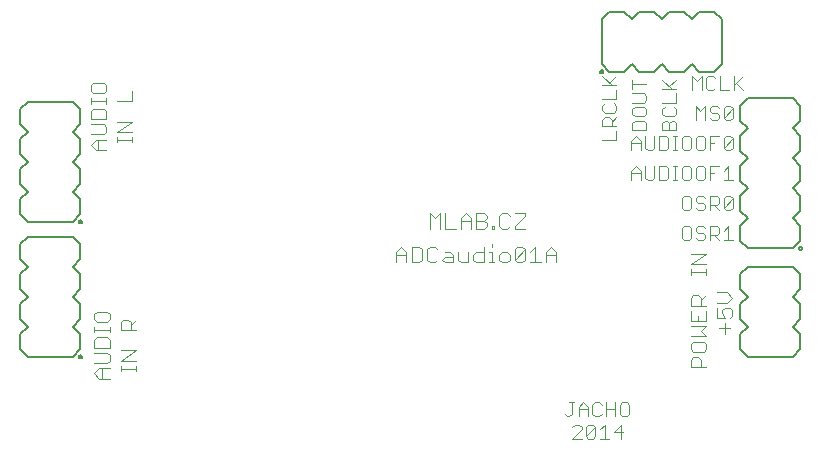
<source format=gbr>
G75*
G70*
%OFA0B0*%
%FSLAX24Y24*%
%IPPOS*%
%LPD*%
%AMOC8*
5,1,8,0,0,1.08239X$1,22.5*
%
%ADD10C,0.0040*%
%ADD11C,0.0060*%
%ADD12C,0.0050*%
D10*
X003853Y006413D02*
X003680Y006587D01*
X003853Y006760D01*
X004200Y006760D01*
X004113Y006929D02*
X004200Y007016D01*
X004200Y007189D01*
X004113Y007276D01*
X003680Y007276D01*
X003680Y007445D02*
X003680Y007705D01*
X003766Y007792D01*
X004113Y007792D01*
X004200Y007705D01*
X004200Y007445D01*
X003680Y007445D01*
X003680Y006929D02*
X004113Y006929D01*
X003940Y006760D02*
X003940Y006413D01*
X003853Y006413D02*
X004200Y006413D01*
X004555Y006663D02*
X004555Y006837D01*
X004555Y006750D02*
X005075Y006750D01*
X005075Y006663D02*
X005075Y006837D01*
X005075Y007007D02*
X004555Y007007D01*
X005075Y007354D01*
X004555Y007354D01*
X004555Y008038D02*
X004555Y008299D01*
X004641Y008385D01*
X004815Y008385D01*
X004902Y008299D01*
X004902Y008038D01*
X005075Y008038D02*
X004555Y008038D01*
X004200Y008047D02*
X003680Y008047D01*
X003680Y007960D02*
X003680Y008134D01*
X003766Y008304D02*
X003680Y008391D01*
X003680Y008564D01*
X003766Y008651D01*
X004113Y008651D01*
X004200Y008564D01*
X004200Y008391D01*
X004113Y008304D01*
X003766Y008304D01*
X004200Y008134D02*
X004200Y007960D01*
X004902Y008212D02*
X005075Y008385D01*
X004075Y014038D02*
X003728Y014038D01*
X003555Y014212D01*
X003728Y014385D01*
X004075Y014385D01*
X003988Y014554D02*
X004075Y014641D01*
X004075Y014814D01*
X003988Y014901D01*
X003555Y014901D01*
X003555Y015070D02*
X003555Y015330D01*
X003641Y015417D01*
X003988Y015417D01*
X004075Y015330D01*
X004075Y015070D01*
X003555Y015070D01*
X003555Y015585D02*
X003555Y015759D01*
X003555Y015672D02*
X004075Y015672D01*
X004075Y015585D02*
X004075Y015759D01*
X003988Y015929D02*
X004075Y016016D01*
X004075Y016189D01*
X003988Y016276D01*
X003641Y016276D01*
X003555Y016189D01*
X003555Y016016D01*
X003641Y015929D01*
X003988Y015929D01*
X004430Y015663D02*
X004950Y015663D01*
X004950Y016010D01*
X004950Y014979D02*
X004430Y014979D01*
X004430Y014632D02*
X004950Y014979D01*
X004950Y014632D02*
X004430Y014632D01*
X004430Y014462D02*
X004430Y014288D01*
X004430Y014375D02*
X004950Y014375D01*
X004950Y014288D02*
X004950Y014462D01*
X003988Y014554D02*
X003555Y014554D01*
X003815Y014385D02*
X003815Y014038D01*
X013740Y010635D02*
X013740Y010288D01*
X014087Y010288D02*
X014087Y010635D01*
X013913Y010809D01*
X013740Y010635D01*
X013740Y010549D02*
X014087Y010549D01*
X014256Y010809D02*
X014516Y010809D01*
X014603Y010722D01*
X014603Y010375D01*
X014516Y010288D01*
X014256Y010288D01*
X014256Y010809D01*
X014771Y010722D02*
X014771Y010375D01*
X014858Y010288D01*
X015032Y010288D01*
X015118Y010375D01*
X015287Y010375D02*
X015374Y010462D01*
X015634Y010462D01*
X015634Y010549D02*
X015634Y010288D01*
X015374Y010288D01*
X015287Y010375D01*
X015374Y010635D02*
X015547Y010635D01*
X015634Y010549D01*
X015803Y010635D02*
X015803Y010375D01*
X015889Y010288D01*
X016150Y010288D01*
X016150Y010635D01*
X016318Y010549D02*
X016318Y010375D01*
X016405Y010288D01*
X016665Y010288D01*
X016665Y010809D01*
X016665Y010635D02*
X016405Y010635D01*
X016318Y010549D01*
X016834Y010635D02*
X016921Y010635D01*
X016921Y010288D01*
X017007Y010288D02*
X016834Y010288D01*
X017178Y010375D02*
X017264Y010288D01*
X017438Y010288D01*
X017525Y010375D01*
X017525Y010549D01*
X017438Y010635D01*
X017264Y010635D01*
X017178Y010549D01*
X017178Y010375D01*
X016921Y010809D02*
X016921Y010895D01*
X017693Y010722D02*
X017693Y010375D01*
X018040Y010722D01*
X018040Y010375D01*
X017953Y010288D01*
X017780Y010288D01*
X017693Y010375D01*
X017693Y010722D02*
X017780Y010809D01*
X017953Y010809D01*
X018040Y010722D01*
X018209Y010635D02*
X018382Y010809D01*
X018382Y010288D01*
X018209Y010288D02*
X018556Y010288D01*
X018725Y010288D02*
X018725Y010635D01*
X018898Y010809D01*
X019071Y010635D01*
X019071Y010288D01*
X019071Y010549D02*
X018725Y010549D01*
X018048Y011413D02*
X017701Y011413D01*
X017701Y011500D01*
X018048Y011847D01*
X018048Y011934D01*
X017701Y011934D01*
X017532Y011847D02*
X017446Y011934D01*
X017272Y011934D01*
X017185Y011847D01*
X017185Y011500D01*
X017272Y011413D01*
X017446Y011413D01*
X017532Y011500D01*
X017014Y011500D02*
X017014Y011413D01*
X016928Y011413D01*
X016928Y011500D01*
X017014Y011500D01*
X016759Y011500D02*
X016759Y011587D01*
X016672Y011674D01*
X016412Y011674D01*
X016243Y011674D02*
X015896Y011674D01*
X015896Y011760D02*
X015896Y011413D01*
X015728Y011413D02*
X015381Y011413D01*
X015381Y011934D01*
X015212Y011934D02*
X015212Y011413D01*
X014865Y011413D02*
X014865Y011934D01*
X015038Y011760D01*
X015212Y011934D01*
X015896Y011760D02*
X016070Y011934D01*
X016243Y011760D01*
X016243Y011413D01*
X016412Y011413D02*
X016672Y011413D01*
X016759Y011500D01*
X016672Y011674D02*
X016759Y011760D01*
X016759Y011847D01*
X016672Y011934D01*
X016412Y011934D01*
X016412Y011413D01*
X015118Y010722D02*
X015032Y010809D01*
X014858Y010809D01*
X014771Y010722D01*
X020615Y014361D02*
X021075Y014361D01*
X021075Y014668D01*
X021075Y014822D02*
X020615Y014822D01*
X020615Y015052D01*
X020691Y015129D01*
X020845Y015129D01*
X020922Y015052D01*
X020922Y014822D01*
X020922Y014975D02*
X021075Y015129D01*
X020998Y015282D02*
X020691Y015282D01*
X020615Y015359D01*
X020615Y015512D01*
X020691Y015589D01*
X020615Y015743D02*
X021075Y015743D01*
X021075Y016049D01*
X021075Y016203D02*
X020615Y016203D01*
X020845Y016280D02*
X021075Y016510D01*
X020922Y016203D02*
X020615Y016510D01*
X021615Y016385D02*
X021615Y016078D01*
X021615Y016231D02*
X022075Y016231D01*
X021998Y015924D02*
X021615Y015924D01*
X021615Y015618D02*
X021998Y015618D01*
X022075Y015694D01*
X022075Y015848D01*
X021998Y015924D01*
X021998Y015464D02*
X021691Y015464D01*
X021615Y015387D01*
X021615Y015234D01*
X021691Y015157D01*
X021998Y015157D01*
X022075Y015234D01*
X022075Y015387D01*
X021998Y015464D01*
X021998Y015004D02*
X021691Y015004D01*
X021615Y014927D01*
X021615Y014697D01*
X022075Y014697D01*
X022075Y014927D01*
X021998Y015004D01*
X022615Y014927D02*
X022615Y014697D01*
X023075Y014697D01*
X023075Y014927D01*
X022998Y015004D01*
X022922Y015004D01*
X022845Y014927D01*
X022845Y014697D01*
X022736Y014499D02*
X022506Y014499D01*
X022506Y014038D01*
X022736Y014038D01*
X022813Y014115D01*
X022813Y014422D01*
X022736Y014499D01*
X022966Y014499D02*
X023120Y014499D01*
X023043Y014499D02*
X023043Y014038D01*
X022966Y014038D02*
X023120Y014038D01*
X023273Y014115D02*
X023350Y014038D01*
X023504Y014038D01*
X023580Y014115D01*
X023580Y014422D01*
X023504Y014499D01*
X023350Y014499D01*
X023273Y014422D01*
X023273Y014115D01*
X023734Y014115D02*
X023734Y014422D01*
X023811Y014499D01*
X023964Y014499D01*
X024041Y014422D01*
X024041Y014115D01*
X023964Y014038D01*
X023811Y014038D01*
X023734Y014115D01*
X024194Y014038D02*
X024194Y014499D01*
X024501Y014499D01*
X024655Y014422D02*
X024731Y014499D01*
X024885Y014499D01*
X024962Y014422D01*
X024655Y014115D01*
X024731Y014038D01*
X024885Y014038D01*
X024962Y014115D01*
X024962Y014422D01*
X024655Y014422D02*
X024655Y014115D01*
X024348Y014269D02*
X024194Y014269D01*
X024194Y013499D02*
X024501Y013499D01*
X024655Y013345D02*
X024808Y013499D01*
X024808Y013038D01*
X024655Y013038D02*
X024962Y013038D01*
X024348Y013269D02*
X024194Y013269D01*
X024041Y013422D02*
X023964Y013499D01*
X023811Y013499D01*
X023734Y013422D01*
X023734Y013115D01*
X023811Y013038D01*
X023964Y013038D01*
X024041Y013115D01*
X024041Y013422D01*
X024194Y013499D02*
X024194Y013038D01*
X023580Y013115D02*
X023580Y013422D01*
X023504Y013499D01*
X023350Y013499D01*
X023273Y013422D01*
X023273Y013115D01*
X023350Y013038D01*
X023504Y013038D01*
X023580Y013115D01*
X023120Y013038D02*
X022966Y013038D01*
X023043Y013038D02*
X023043Y013499D01*
X022966Y013499D02*
X023120Y013499D01*
X022813Y013422D02*
X022736Y013499D01*
X022506Y013499D01*
X022506Y013038D01*
X022736Y013038D01*
X022813Y013115D01*
X022813Y013422D01*
X022353Y013499D02*
X022353Y013115D01*
X022276Y013038D01*
X022122Y013038D01*
X022046Y013115D01*
X022046Y013499D01*
X021892Y013345D02*
X021892Y013038D01*
X021892Y013269D02*
X021585Y013269D01*
X021585Y013345D02*
X021739Y013499D01*
X021892Y013345D01*
X021585Y013345D02*
X021585Y013038D01*
X021585Y014038D02*
X021585Y014345D01*
X021739Y014499D01*
X021892Y014345D01*
X021892Y014038D01*
X022046Y014115D02*
X022122Y014038D01*
X022276Y014038D01*
X022353Y014115D01*
X022353Y014499D01*
X022046Y014499D02*
X022046Y014115D01*
X021892Y014269D02*
X021585Y014269D01*
X022615Y014927D02*
X022691Y015004D01*
X022768Y015004D01*
X022845Y014927D01*
X022691Y015157D02*
X022998Y015157D01*
X023075Y015234D01*
X023075Y015387D01*
X022998Y015464D01*
X023075Y015618D02*
X022615Y015618D01*
X022691Y015464D02*
X022615Y015387D01*
X022615Y015234D01*
X022691Y015157D01*
X023075Y015618D02*
X023075Y015924D01*
X023075Y016078D02*
X022615Y016078D01*
X022845Y016155D02*
X023075Y016385D01*
X022922Y016078D02*
X022615Y016385D01*
X023615Y016499D02*
X023615Y016038D01*
X023922Y016038D02*
X023922Y016499D01*
X023768Y016345D01*
X023615Y016499D01*
X024075Y016422D02*
X024075Y016115D01*
X024152Y016038D01*
X024306Y016038D01*
X024382Y016115D01*
X024536Y016038D02*
X024843Y016038D01*
X024996Y016038D02*
X024996Y016499D01*
X025073Y016269D02*
X025303Y016038D01*
X024996Y016192D02*
X025303Y016499D01*
X024536Y016499D02*
X024536Y016038D01*
X024382Y016422D02*
X024306Y016499D01*
X024152Y016499D01*
X024075Y016422D01*
X024041Y015499D02*
X024041Y015038D01*
X024194Y015115D02*
X024271Y015038D01*
X024424Y015038D01*
X024501Y015115D01*
X024501Y015192D01*
X024424Y015269D01*
X024271Y015269D01*
X024194Y015345D01*
X024194Y015422D01*
X024271Y015499D01*
X024424Y015499D01*
X024501Y015422D01*
X024655Y015422D02*
X024731Y015499D01*
X024885Y015499D01*
X024962Y015422D01*
X024655Y015115D01*
X024731Y015038D01*
X024885Y015038D01*
X024962Y015115D01*
X024962Y015422D01*
X024655Y015422D02*
X024655Y015115D01*
X024041Y015499D02*
X023887Y015345D01*
X023734Y015499D01*
X023734Y015038D01*
X021075Y015359D02*
X021075Y015512D01*
X020998Y015589D01*
X021075Y015359D02*
X020998Y015282D01*
X023350Y012499D02*
X023273Y012422D01*
X023273Y012115D01*
X023350Y012038D01*
X023504Y012038D01*
X023580Y012115D01*
X023580Y012422D01*
X023504Y012499D01*
X023350Y012499D01*
X023734Y012422D02*
X023734Y012345D01*
X023811Y012269D01*
X023964Y012269D01*
X024041Y012192D01*
X024041Y012115D01*
X023964Y012038D01*
X023811Y012038D01*
X023734Y012115D01*
X024194Y012038D02*
X024194Y012499D01*
X024424Y012499D01*
X024501Y012422D01*
X024501Y012269D01*
X024424Y012192D01*
X024194Y012192D01*
X024348Y012192D02*
X024501Y012038D01*
X024655Y012115D02*
X024962Y012422D01*
X024962Y012115D01*
X024885Y012038D01*
X024731Y012038D01*
X024655Y012115D01*
X024655Y012422D01*
X024731Y012499D01*
X024885Y012499D01*
X024962Y012422D01*
X024041Y012422D02*
X023964Y012499D01*
X023811Y012499D01*
X023734Y012422D01*
X023811Y011499D02*
X023734Y011422D01*
X023734Y011345D01*
X023811Y011269D01*
X023964Y011269D01*
X024041Y011192D01*
X024041Y011115D01*
X023964Y011038D01*
X023811Y011038D01*
X023734Y011115D01*
X023580Y011115D02*
X023580Y011422D01*
X023504Y011499D01*
X023350Y011499D01*
X023273Y011422D01*
X023273Y011115D01*
X023350Y011038D01*
X023504Y011038D01*
X023580Y011115D01*
X023811Y011499D02*
X023964Y011499D01*
X024041Y011422D01*
X024194Y011499D02*
X024424Y011499D01*
X024501Y011422D01*
X024501Y011269D01*
X024424Y011192D01*
X024194Y011192D01*
X024348Y011192D02*
X024501Y011038D01*
X024655Y011038D02*
X024962Y011038D01*
X024808Y011038D02*
X024808Y011499D01*
X024655Y011345D01*
X024194Y011499D02*
X024194Y011038D01*
X024075Y010573D02*
X023555Y010573D01*
X023555Y010226D02*
X024075Y010573D01*
X024075Y010226D02*
X023555Y010226D01*
X023555Y010056D02*
X023555Y009882D01*
X023555Y009969D02*
X024075Y009969D01*
X024075Y009882D02*
X024075Y010056D01*
X024430Y009292D02*
X024777Y009292D01*
X024950Y009118D01*
X024777Y008945D01*
X024430Y008945D01*
X024430Y008776D02*
X024430Y008429D01*
X024690Y008429D01*
X024603Y008602D01*
X024603Y008689D01*
X024690Y008776D01*
X024863Y008776D01*
X024950Y008689D01*
X024950Y008516D01*
X024863Y008429D01*
X024690Y008260D02*
X024690Y007913D01*
X024863Y008087D02*
X024516Y008087D01*
X024075Y008167D02*
X023555Y008167D01*
X023555Y008335D02*
X024075Y008335D01*
X024075Y008682D01*
X024075Y008851D02*
X023555Y008851D01*
X023555Y009111D01*
X023641Y009198D01*
X023815Y009198D01*
X023902Y009111D01*
X023902Y008851D01*
X023902Y009024D02*
X024075Y009198D01*
X023555Y008682D02*
X023555Y008335D01*
X023815Y008335D02*
X023815Y008509D01*
X024075Y008167D02*
X023902Y007993D01*
X024075Y007820D01*
X023555Y007820D01*
X023641Y007651D02*
X023555Y007564D01*
X023555Y007391D01*
X023641Y007304D01*
X023988Y007304D01*
X024075Y007391D01*
X024075Y007564D01*
X023988Y007651D01*
X023641Y007651D01*
X023641Y007135D02*
X023815Y007135D01*
X023902Y007049D01*
X023902Y006788D01*
X024075Y006788D02*
X023555Y006788D01*
X023555Y007049D01*
X023641Y007135D01*
X021513Y005547D02*
X021437Y005624D01*
X021283Y005624D01*
X021207Y005547D01*
X021207Y005240D01*
X021283Y005163D01*
X021437Y005163D01*
X021513Y005240D01*
X021513Y005547D01*
X021053Y005624D02*
X021053Y005163D01*
X021053Y005394D02*
X020746Y005394D01*
X020593Y005547D02*
X020516Y005624D01*
X020363Y005624D01*
X020286Y005547D01*
X020286Y005240D01*
X020363Y005163D01*
X020516Y005163D01*
X020593Y005240D01*
X020746Y005163D02*
X020746Y005624D01*
X020132Y005470D02*
X020132Y005163D01*
X020132Y005394D02*
X019825Y005394D01*
X019825Y005470D02*
X019825Y005163D01*
X019595Y005240D02*
X019595Y005624D01*
X019518Y005624D02*
X019672Y005624D01*
X019825Y005470D02*
X019979Y005624D01*
X020132Y005470D01*
X019595Y005240D02*
X019518Y005163D01*
X019442Y005163D01*
X019365Y005240D01*
X019692Y004874D02*
X019615Y004797D01*
X019692Y004874D02*
X019845Y004874D01*
X019922Y004797D01*
X019922Y004720D01*
X019615Y004413D01*
X019922Y004413D01*
X020075Y004490D02*
X020382Y004797D01*
X020382Y004490D01*
X020306Y004413D01*
X020152Y004413D01*
X020075Y004490D01*
X020075Y004797D01*
X020152Y004874D01*
X020306Y004874D01*
X020382Y004797D01*
X020536Y004720D02*
X020689Y004874D01*
X020689Y004413D01*
X020536Y004413D02*
X020843Y004413D01*
X020996Y004644D02*
X021303Y004644D01*
X021226Y004874D02*
X021226Y004413D01*
X020996Y004644D02*
X021226Y004874D01*
D11*
X025220Y007393D02*
X025470Y007143D01*
X026970Y007143D01*
X027220Y007393D01*
X027220Y007893D01*
X026970Y008143D01*
X027220Y008393D01*
X027220Y008893D01*
X026970Y009143D01*
X027220Y009393D01*
X027220Y009893D01*
X026970Y010143D01*
X025470Y010143D01*
X025220Y009893D01*
X025220Y009393D01*
X025470Y009143D01*
X025220Y008893D01*
X025220Y008393D01*
X025470Y008143D01*
X025220Y007893D01*
X025220Y007393D01*
X025470Y010768D02*
X026970Y010768D01*
X027220Y011018D01*
X027220Y011518D01*
X026970Y011768D01*
X027220Y012018D01*
X027220Y012518D01*
X026970Y012768D01*
X027220Y013018D01*
X027220Y013518D01*
X026970Y013768D01*
X027220Y014018D01*
X027220Y014518D01*
X026970Y014768D01*
X027220Y015018D01*
X027220Y015518D01*
X026970Y015768D01*
X025470Y015768D01*
X025220Y015518D01*
X025220Y015018D01*
X025470Y014768D01*
X025220Y014518D01*
X025220Y014018D01*
X025470Y013768D01*
X025220Y013518D01*
X025220Y013018D01*
X025470Y012768D01*
X025220Y012518D01*
X025220Y012018D01*
X025470Y011768D01*
X025220Y011518D01*
X025220Y011018D01*
X025470Y010768D01*
X024345Y016643D02*
X023845Y016643D01*
X023595Y016893D01*
X023345Y016643D01*
X022845Y016643D01*
X022595Y016893D01*
X022345Y016643D01*
X021845Y016643D01*
X021595Y016893D01*
X021345Y016643D01*
X020845Y016643D01*
X020595Y016893D01*
X020595Y018393D01*
X020845Y018643D01*
X021345Y018643D01*
X021595Y018393D01*
X021845Y018643D01*
X022345Y018643D01*
X022595Y018393D01*
X022845Y018643D01*
X023345Y018643D01*
X023595Y018393D01*
X023845Y018643D01*
X024345Y018643D01*
X024595Y018393D01*
X024595Y016893D01*
X024345Y016643D01*
X003220Y015393D02*
X003220Y014893D01*
X002970Y014643D01*
X003220Y014393D01*
X003220Y013893D01*
X002970Y013643D01*
X003220Y013393D01*
X003220Y012893D01*
X002970Y012643D01*
X003220Y012393D01*
X003220Y011893D01*
X002970Y011643D01*
X001470Y011643D01*
X001220Y011893D01*
X001220Y012393D01*
X001470Y012643D01*
X001220Y012893D01*
X001220Y013393D01*
X001470Y013643D01*
X001220Y013893D01*
X001220Y014393D01*
X001470Y014643D01*
X001220Y014893D01*
X001220Y015393D01*
X001470Y015643D01*
X002970Y015643D01*
X003220Y015393D01*
X002970Y011143D02*
X001470Y011143D01*
X001220Y010893D01*
X001220Y010393D01*
X001470Y010143D01*
X001220Y009893D01*
X001220Y009393D01*
X001470Y009143D01*
X001220Y008893D01*
X001220Y008393D01*
X001470Y008143D01*
X001220Y007893D01*
X001220Y007393D01*
X001470Y007143D01*
X002970Y007143D01*
X003220Y007393D01*
X003220Y007893D01*
X002970Y008143D01*
X003220Y008393D01*
X003220Y008893D01*
X002970Y009143D01*
X003220Y009393D01*
X003220Y009893D01*
X002970Y010143D01*
X003220Y010393D01*
X003220Y010893D01*
X002970Y011143D01*
D12*
X003170Y011643D02*
X003172Y011656D01*
X003177Y011669D01*
X003186Y011680D01*
X003197Y011687D01*
X003210Y011692D01*
X003223Y011693D01*
X003237Y011690D01*
X003249Y011684D01*
X003259Y011675D01*
X003266Y011663D01*
X003270Y011650D01*
X003270Y011636D01*
X003266Y011623D01*
X003259Y011611D01*
X003249Y011602D01*
X003237Y011596D01*
X003223Y011593D01*
X003210Y011594D01*
X003197Y011599D01*
X003186Y011606D01*
X003177Y011617D01*
X003172Y011630D01*
X003170Y011643D01*
X003170Y007143D02*
X003172Y007156D01*
X003177Y007169D01*
X003186Y007180D01*
X003197Y007187D01*
X003210Y007192D01*
X003223Y007193D01*
X003237Y007190D01*
X003249Y007184D01*
X003259Y007175D01*
X003266Y007163D01*
X003270Y007150D01*
X003270Y007136D01*
X003266Y007123D01*
X003259Y007111D01*
X003249Y007102D01*
X003237Y007096D01*
X003223Y007093D01*
X003210Y007094D01*
X003197Y007099D01*
X003186Y007106D01*
X003177Y007117D01*
X003172Y007130D01*
X003170Y007143D01*
X020545Y016643D02*
X020547Y016656D01*
X020552Y016669D01*
X020561Y016680D01*
X020572Y016687D01*
X020585Y016692D01*
X020598Y016693D01*
X020612Y016690D01*
X020624Y016684D01*
X020634Y016675D01*
X020641Y016663D01*
X020645Y016650D01*
X020645Y016636D01*
X020641Y016623D01*
X020634Y016611D01*
X020624Y016602D01*
X020612Y016596D01*
X020598Y016593D01*
X020585Y016594D01*
X020572Y016599D01*
X020561Y016606D01*
X020552Y016617D01*
X020547Y016630D01*
X020545Y016643D01*
X027170Y010768D02*
X027172Y010781D01*
X027177Y010794D01*
X027186Y010805D01*
X027197Y010812D01*
X027210Y010817D01*
X027223Y010818D01*
X027237Y010815D01*
X027249Y010809D01*
X027259Y010800D01*
X027266Y010788D01*
X027270Y010775D01*
X027270Y010761D01*
X027266Y010748D01*
X027259Y010736D01*
X027249Y010727D01*
X027237Y010721D01*
X027223Y010718D01*
X027210Y010719D01*
X027197Y010724D01*
X027186Y010731D01*
X027177Y010742D01*
X027172Y010755D01*
X027170Y010768D01*
M02*

</source>
